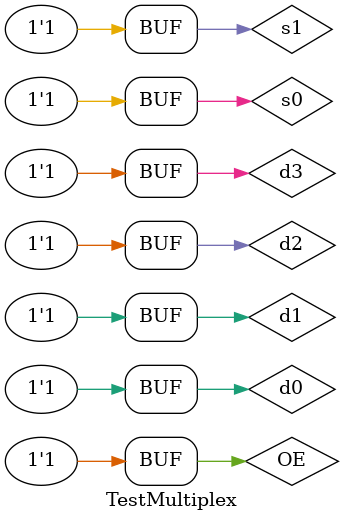
<source format=v>
module Multiplex(input wire d1, input wire d2, input wire d3, input wire d0, input wire s1, input wire s2, input wire OE, output Y);

	wire sd0,sd1,sd2,sd3,sor,ns1,ns0;

	not(ns0,s0);
	not (ns1,s1);
	and a_0 (sd0,d0,ns0,ns1);
	and a_1 (sd1,d1,s0,ns1);
	and a_2 (sd2,d2,ns0,s1);
	and a_3 (sd3,d3,s0,s1);
	or o_0 (sor, sd0,sd1,sd2,sd3);
	bufif1 buf_0 (Y,sor,OE);

endmodule
module TestMultiplex;

	reg d0,d1,d2,d3,s0,s1,OE;
	reg ty;
	tri y;
	Multiplex t (d0,d1,d2,d3,s1,s0,OE,Y);

	initial 
		begin	

	$monitor($time, "\td0=%b | d1=%b | d2=%b | d3=%b | s1=%b | s0=%b | OE=%b | Y=%b", d0,d1,d2,d3,s1,s0,OE,ty);

		d0=1;d1=1;d2=1;d3=1;s0=1;s1=1;OE=1;

		end
	endmodule

</source>
